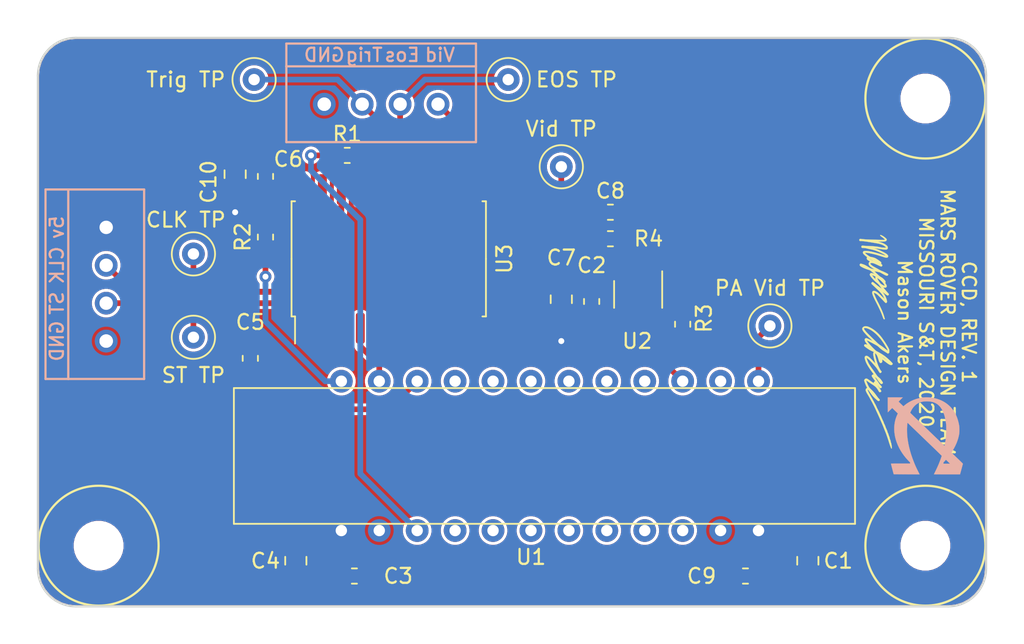
<source format=kicad_pcb>
(kicad_pcb (version 20171130) (host pcbnew "(5.1.4)-1")
  (layers (0 F.Cu signal) (31 B.Cu signal) (34 B.Paste user) (35 F.Paste user) (36 B.SilkS user) (37 F.SilkS user) (38 B.Mask user) (39 F.Mask user) (44 Edge.Cuts user))
  (net 0 "")
  (net 1 GND)
  (net 2 +5V)
  (net 3 "Net-(C5-Pad1)")
  (net 4 Video)
  (net 5 CLK)
  (net 6 ST)
  (net 7 Trig)
  (net 8 EOS)
  (net 9 "Net-(R1-Pad1)")
  (net 10 CLK_IN)
  (net 11 "Net-(R2-Pad2)")
  (net 12 ST_IN)
  (net 13 "Net-(R3-Pad1)")
  (net 14 "Net-(R3-Pad2)")
  (net 15 "Net-(R4-Pad1)")
  (net 16 "Net-(U3-Pad1)")
  (net 17 Trig_OUT)
  (net 18 EOS_OUT)
  (net 19 "Net-(U3-Pad6)")
  (net 20 "Net-(U3-Pad7)")
  (net 21 "Net-(U3-Pad8)")
  (net 22 "Net-(U3-Pad9)")
  (net 23 "Net-(U3-Pad11)")
  (net 24 "Net-(U3-Pad12)")
  (net 25 "Net-(U3-Pad13)")
  (net 26 "Net-(U3-Pad14)")
  (net 27 "Net-(U3-Pad19)")
  (net 28 "Net-(U1-Pad14)")
  (net 29 "Net-(U1-Pad16)")
  (net 30 "Net-(U1-Pad17)")
  (net 31 "Net-(U1-Pad18)")
  (net 32 "Net-(U1-Pad19)")
  (net 33 "Net-(U1-Pad20)")
  (net 34 "Net-(U1-Pad21)")
  (net 35 "Net-(U1-Pad7)")
  (net 36 "Net-(U1-Pad8)")
  (net 37 "Net-(U1-Pad6)")
  (net 38 "Net-(U1-Pad5)")
  (net 39 "Net-(U1-Pad4)")
  (net 40 "Net-(U1-Pad9)")
  (net 41 "Net-(U1-Pad10)")
  (module MRDT_Silkscreens:masonsig (layer F.Cu) (at 158.115 96.52 270)
    (fp_text reference G*** hide)
    (fp_text value LOGO hide)
  )
  (module MRDT_Silkscreens:sigsymsmoler (layer B.Cu) (at 161.036 102.87 180)
    (fp_text reference G*** hide)
    (fp_text value LOGO hide)
  )
  (module MRDT_Drill_Holes:4_40_Hole (layer F.Cu) (at 105.664 110.236)
    (fp_text reference REF** hide)
    (fp_text value 4_40_Hole hide)
    (pad "" np_thru_hole circle (at 0 0) (size 2.9464 2.9464) (drill 2.9464) (layers *.Cu *.Mask))
  )
  (module MRDT_Drill_Holes:4_40_Hole (layer F.Cu) (at 161.036 110.236)
    (fp_text reference REF** hide)
    (fp_text value 4_40_Hole hide)
    (pad "" np_thru_hole circle (at 0 0) (size 2.9464 2.9464) (drill 2.9464) (layers *.Cu *.Mask))
  )
  (module MRDT_Drill_Holes:4_40_Hole (layer F.Cu) (at 161.036 80.264)
    (fp_text reference REF** hide)
    (fp_text value 4_40_Hole hide)
    (pad "" np_thru_hole circle (at 0 0) (size 2.9464 2.9464) (drill 2.9464) (layers *.Cu *.Mask))
  )
  (module TestPoint:TestPoint_THTPad_D2.5mm_Drill1.2mm (layer F.Cu) (at 112.014 90.678)
    (fp_text reference "CLK TP" (at -0.508 -2.286) (layer F.SilkS))
    (fp_text value CLKTestPoint)
    (pad 1 thru_hole circle (at 0 0) (size 1.524 1.524) (drill 0.762) (layers *.Cu *.Mask) (net 5 CLK))
  )
  (module Capacitor_SMD:C_0603_1608Metric_Pad1.05x0.95mm_HandSolder (layer F.Cu) (at 122.795 112.268)
    (fp_text reference C3 (at 2.935 0) (layer F.SilkS))
    (fp_text value "0.1 µF")
    (pad 2 smd roundrect (at 0.875 0) (size 1.05 0.95) (layers F.Cu F.Paste F.Mask) (net 1 GND))
    (pad 1 smd roundrect (at -0.875 0) (size 1.05 0.95) (layers F.Cu F.Paste F.Mask) (net 2 +5V))
  )
  (module TestPoint:TestPoint_THTPad_D2.5mm_Drill1.2mm (layer F.Cu) (at 116.078 78.994 270)
    (fp_text reference "Trig TP" (at 0 4.572 180) (layer F.SilkS))
    (fp_text value TrigTestPoint)
    (pad 1 thru_hole circle (at 0 0 270) (size 1.524 1.524) (drill 0.762) (layers *.Cu *.Mask) (net 7 Trig))
  )
  (module MRDT_Devices:CCD-S11639-01 (layer F.Cu) (at 149.86 108.76)
    (fp_text reference U1 (at -15.24 2.238) (layer F.SilkS))
    (fp_text value S11639-01)
    (pad 11 thru_hole circle (at -2.54 0.46) (size 1.524 1.524) (drill 0.762) (layers *.Cu *.Mask) (net 1 GND))
    (pad 10 thru_hole circle (at -5.08 0.46) (size 1.524 1.524) (drill 0.762) (layers *.Cu *.Mask) (net 41 "Net-(U1-Pad10)"))
    (pad 9 thru_hole circle (at -7.62 0.46) (size 1.524 1.524) (drill 0.762) (layers *.Cu *.Mask) (net 40 "Net-(U1-Pad9)"))
    (pad 1 thru_hole circle (at -27.94 0.46) (size 1.524 1.524) (drill 0.762) (layers *.Cu *.Mask) (net 2 +5V))
    (pad 2 thru_hole circle (at -25.4 0.46) (size 1.524 1.524) (drill 0.762) (layers *.Cu *.Mask) (net 1 GND))
    (pad 3 thru_hole circle (at -22.86 0.46) (size 1.524 1.524) (drill 0.762) (layers *.Cu *.Mask) (net 9 "Net-(R1-Pad1)"))
    (pad 4 thru_hole circle (at -20.32 0.46) (size 1.524 1.524) (drill 0.762) (layers *.Cu *.Mask) (net 39 "Net-(U1-Pad4)"))
    (pad 5 thru_hole circle (at -17.78 0.46) (size 1.524 1.524) (drill 0.762) (layers *.Cu *.Mask) (net 38 "Net-(U1-Pad5)"))
    (pad 6 thru_hole circle (at -15.24 0.46) (size 1.524 1.524) (drill 0.762) (layers *.Cu *.Mask) (net 37 "Net-(U1-Pad6)"))
    (pad 8 thru_hole circle (at -10.16 0.46) (size 1.524 1.524) (drill 0.762) (layers *.Cu *.Mask) (net 36 "Net-(U1-Pad8)"))
    (pad 12 thru_hole circle (at 0 0.46) (size 1.524 1.524) (drill 0.762) (layers *.Cu *.Mask) (net 2 +5V))
    (pad 7 thru_hole circle (at -12.7 0.46) (size 1.524 1.524) (drill 0.762) (layers *.Cu *.Mask) (net 35 "Net-(U1-Pad7)"))
    (pad 24 thru_hole circle (at -27.94 -9.55) (size 1.524 1.524) (drill 0.762) (layers *.Cu *.Mask) (net 11 "Net-(R2-Pad2)"))
    (pad 23 thru_hole circle (at -25.4 -9.55) (size 1.524 1.524) (drill 0.762) (layers *.Cu *.Mask) (net 17 Trig_OUT))
    (pad 22 thru_hole circle (at -22.86 -9.55) (size 1.524 1.524) (drill 0.762) (layers *.Cu *.Mask) (net 3 "Net-(C5-Pad1)"))
    (pad 21 thru_hole circle (at -20.32 -9.55) (size 1.524 1.524) (drill 0.762) (layers *.Cu *.Mask) (net 34 "Net-(U1-Pad21)"))
    (pad 20 thru_hole circle (at -17.78 -9.55) (size 1.524 1.524) (drill 0.762) (layers *.Cu *.Mask) (net 33 "Net-(U1-Pad20)"))
    (pad 19 thru_hole circle (at -15.24 -9.55) (size 1.524 1.524) (drill 0.762) (layers *.Cu *.Mask) (net 32 "Net-(U1-Pad19)"))
    (pad 18 thru_hole circle (at -12.7 -9.55) (size 1.524 1.524) (drill 0.762) (layers *.Cu *.Mask) (net 31 "Net-(U1-Pad18)"))
    (pad 17 thru_hole circle (at -10.16 -9.55) (size 1.524 1.524) (drill 0.762) (layers *.Cu *.Mask) (net 30 "Net-(U1-Pad17)"))
    (pad 16 thru_hole circle (at -7.62 -9.55) (size 1.524 1.524) (drill 0.762) (layers *.Cu *.Mask) (net 29 "Net-(U1-Pad16)"))
    (pad 15 thru_hole circle (at -5.08 -9.55) (size 1.524 1.524) (drill 0.762) (layers *.Cu *.Mask) (net 18 EOS_OUT))
    (pad 14 thru_hole circle (at -2.54 -9.55) (size 1.524 1.524) (drill 0.762) (layers *.Cu *.Mask) (net 28 "Net-(U1-Pad14)"))
    (pad 13 thru_hole circle (at 0 -9.55) (size 1.524 1.524) (drill 0.762) (layers *.Cu *.Mask) (net 14 "Net-(R3-Pad2)"))
  )
  (module Capacitor_SMD:C_0805_2012Metric_Pad1.15x1.40mm_HandSolder (layer F.Cu) (at 153.162 111.243 90)
    (fp_text reference C1 (at -0.009 2.032 180) (layer F.SilkS))
    (fp_text value "22 µF/25 V")
    (pad 2 smd roundrect (at 1.025 0 90) (size 1.15 1.4) (layers F.Cu F.Paste F.Mask) (roundrect_rratio 0.217391) (net 1 GND))
    (pad 1 smd roundrect (at -1.025 0 90) (size 1.15 1.4) (layers F.Cu F.Paste F.Mask) (roundrect_rratio 0.217391) (net 2 +5V))
  )
  (module Capacitor_SMD:C_0603_1608Metric_Pad1.05x0.95mm_HandSolder (layer F.Cu) (at 138.684 93.867 90)
    (fp_text reference C2 (at 2.427 0 180) (layer F.SilkS))
    (fp_text value "0.1 µF")
    (pad 1 smd roundrect (at -0.875 0 90) (size 1.05 0.95) (layers F.Cu F.Paste F.Mask) (net 2 +5V))
    (pad 2 smd roundrect (at 0.875 0 90) (size 1.05 0.95) (layers F.Cu F.Paste F.Mask) (net 1 GND))
  )
  (module Capacitor_SMD:C_0805_2012Metric_Pad1.15x1.40mm_HandSolder (layer F.Cu) (at 118.872 111.243 90)
    (fp_text reference C4 (at -0.009 -2.032 180) (layer F.SilkS))
    (fp_text value "22 µF/25 V")
    (pad 2 smd roundrect (at 1.025 0 90) (size 1.15 1.4) (layers F.Cu F.Paste F.Mask) (roundrect_rratio 0.217391) (net 1 GND))
    (pad 1 smd roundrect (at -1.025 0 90) (size 1.15 1.4) (layers F.Cu F.Paste F.Mask) (roundrect_rratio 0.217391) (net 2 +5V))
  )
  (module Capacitor_SMD:C_0603_1608Metric_Pad1.05x0.95mm_HandSolder (layer F.Cu) (at 115.824 97.677 90)
    (fp_text reference C5 (at 2.427 0 180) (layer F.SilkS))
    (fp_text value "1 µF")
    (pad 2 smd roundrect (at 0.875 0 90) (size 1.05 0.95) (layers F.Cu F.Paste F.Mask) (net 1 GND))
    (pad 1 smd roundrect (at -0.875 0 90) (size 1.05 0.95) (layers F.Cu F.Paste F.Mask) (net 3 "Net-(C5-Pad1)"))
  )
  (module Capacitor_SMD:C_0603_1608Metric_Pad1.05x0.95mm_HandSolder (layer F.Cu) (at 116.84 85.485 90)
    (fp_text reference C6 (at 1.157 1.524 180) (layer F.SilkS))
    (fp_text value "0.1 µF")
    (pad 1 smd roundrect (at -0.875 0 90) (size 1.05 0.95) (layers F.Cu F.Paste F.Mask) (net 2 +5V))
    (pad 2 smd roundrect (at 0.875 0 90) (size 1.05 0.95) (layers F.Cu F.Paste F.Mask) (net 1 GND))
  )
  (module Capacitor_SMD:C_0603_1608Metric_Pad1.05x0.95mm_HandSolder (layer F.Cu) (at 139.94 87.884)
    (fp_text reference C8 (at 0 -1.43) (layer F.SilkS))
    (fp_text value "22 pF")
    (pad 1 smd roundrect (at -0.875 0) (size 1.05 0.95) (layers F.Cu F.Paste F.Mask) (net 4 Video))
    (pad 2 smd roundrect (at 0.875 0) (size 1.05 0.95) (layers F.Cu F.Paste F.Mask) (net 1 GND))
  )
  (module Capacitor_SMD:C_0603_1608Metric_Pad1.05x0.95mm_HandSolder (layer F.Cu) (at 148.985 112.268 180)
    (fp_text reference C9 (at 2.935 0) (layer F.SilkS))
    (fp_text value "0.1 µF")
    (pad 2 smd roundrect (at 0.875 0 180) (size 1.05 0.95) (layers F.Cu F.Paste F.Mask) (net 1 GND))
    (pad 1 smd roundrect (at -0.875 0 180) (size 1.05 0.95) (layers F.Cu F.Paste F.Mask) (net 2 +5V))
  )
  (module Capacitor_SMD:C_0805_2012Metric_Pad1.15x1.40mm_HandSolder (layer F.Cu) (at 114.808 85.335 90)
    (fp_text reference C10 (at -0.517 -1.778 90) (layer F.SilkS))
    (fp_text value "22 µF/25 V")
    (pad 2 smd roundrect (at 1.025 0 90) (size 1.15 1.4) (layers F.Cu F.Paste F.Mask) (roundrect_rratio 0.217391) (net 1 GND))
    (pad 1 smd roundrect (at -1.025 0 90) (size 1.15 1.4) (layers F.Cu F.Paste F.Mask) (roundrect_rratio 0.217391) (net 2 +5V))
  )
  (module MRDT_Connectors:MOLEX_SL_04_Vertical (layer B.Cu) (at 106.172 92.71 270)
    (fp_text reference Conn1 hide)
    (fp_text value "Molex_SL_04 IN")
    (pad 1 thru_hole circle (at -3.81 0 270) (size 1.524 1.524) (drill 0.9) (layers *.Cu *.Mask) (net 2 +5V))
    (pad 2 thru_hole circle (at -1.27 0 270) (size 1.524 1.524) (drill 0.9) (layers *.Cu *.Mask) (net 5 CLK))
    (pad 3 thru_hole circle (at 1.27 0 270) (size 1.524 1.524) (drill 0.9) (layers *.Cu *.Mask) (net 6 ST))
    (pad 4 thru_hole circle (at 3.81 0 270) (size 1.524 1.524) (drill 0.9) (layers *.Cu *.Mask) (net 1 GND))
    (pad 4 thru_hole circle (at 3.81 0 270) (size 1.524 1.524) (drill 0.9) (layers *.Cu *.Mask) (net 1 GND))
  )
  (module MRDT_Connectors:MOLEX_SL_04_Vertical (layer B.Cu) (at 124.587 80.645 180)
    (fp_text reference Conn2 hide)
    (fp_text value "Molex_SL_04 OUT")
    (pad 4 thru_hole circle (at 3.81 0 180) (size 1.524 1.524) (drill 0.9) (layers *.Cu *.Mask) (net 1 GND))
    (pad 4 thru_hole circle (at 3.81 0 180) (size 1.524 1.524) (drill 0.9) (layers *.Cu *.Mask) (net 1 GND))
    (pad 3 thru_hole circle (at 1.27 0 180) (size 1.524 1.524) (drill 0.9) (layers *.Cu *.Mask) (net 7 Trig))
    (pad 2 thru_hole circle (at -1.27 0 180) (size 1.524 1.524) (drill 0.9) (layers *.Cu *.Mask) (net 8 EOS))
    (pad 1 thru_hole circle (at -3.81 0 180) (size 1.524 1.524) (drill 0.9) (layers *.Cu *.Mask) (net 4 Video))
  )
  (module Resistor_SMD:R_0603_1608Metric_Pad1.05x0.95mm_HandSolder (layer F.Cu) (at 122.315 84.074)
    (fp_text reference R1 (at 0 -1.43) (layer F.SilkS))
    (fp_text value "82 Ω")
    (pad 2 smd roundrect (at 0.875 0) (size 1.05 0.95) (layers F.Cu F.Paste F.Mask) (net 10 CLK_IN))
    (pad 1 smd roundrect (at -0.875 0) (size 1.05 0.95) (layers F.Cu F.Paste F.Mask) (net 9 "Net-(R1-Pad1)"))
  )
  (module Resistor_SMD:R_0603_1608Metric_Pad1.05x0.95mm_HandSolder (layer F.Cu) (at 116.84 89.549 270)
    (fp_text reference R2 (at 0 1.524 90) (layer F.SilkS))
    (fp_text value "82 Ω")
    (pad 1 smd roundrect (at -0.875 0 270) (size 1.05 0.95) (layers F.Cu F.Paste F.Mask) (net 12 ST_IN))
    (pad 2 smd roundrect (at 0.875 0 270) (size 1.05 0.95) (layers F.Cu F.Paste F.Mask) (net 11 "Net-(R2-Pad2)"))
  )
  (module Resistor_SMD:R_0603_1608Metric_Pad1.05x0.95mm_HandSolder (layer F.Cu) (at 144.78 95.391 270)
    (fp_text reference R3 (at -0.395 -1.43 90) (layer F.SilkS))
    (fp_text value "100 Ω")
    (pad 2 smd roundrect (at 0.875 0 270) (size 1.05 0.95) (layers F.Cu F.Paste F.Mask) (net 14 "Net-(R3-Pad2)"))
    (pad 1 smd roundrect (at -0.875 0 270) (size 1.05 0.95) (layers F.Cu F.Paste F.Mask) (net 13 "Net-(R3-Pad1)"))
  )
  (module Resistor_SMD:R_0603_1608Metric_Pad1.05x0.95mm_HandSolder (layer F.Cu) (at 139.94 89.662 180)
    (fp_text reference R4 (at -2.554 0) (layer F.SilkS))
    (fp_text value "51 Ω")
    (pad 1 smd roundrect (at -0.875 0 180) (size 1.05 0.95) (layers F.Cu F.Paste F.Mask) (net 15 "Net-(R4-Pad1)"))
    (pad 2 smd roundrect (at 0.875 0 180) (size 1.05 0.95) (layers F.Cu F.Paste F.Mask) (net 4 Video))
  )
  (module TestPoint:TestPoint_THTPad_D2.5mm_Drill1.2mm (layer F.Cu) (at 136.652 84.836 270)
    (fp_text reference "Vid TP" (at -2.54 0 180) (layer F.SilkS))
    (fp_text value VideoTestPoint)
    (pad 1 thru_hole circle (at 0 0 270) (size 1.524 1.524) (drill 0.762) (layers *.Cu *.Mask) (net 4 Video))
  )
  (module TestPoint:TestPoint_THTPad_D2.5mm_Drill1.2mm (layer F.Cu) (at 133.096 78.994 90)
    (fp_text reference "EOS TP" (at 0 4.572 180) (layer F.SilkS))
    (fp_text value EOSTestPoint)
    (pad 1 thru_hole circle (at 0 0 90) (size 1.524 1.524) (drill 0.762) (layers *.Cu *.Mask) (net 8 EOS))
  )
  (module TestPoint:TestPoint_THTPad_D2.5mm_Drill1.2mm (layer F.Cu) (at 150.622 95.504)
    (fp_text reference "PA Vid TP" (at 0 -2.54) (layer F.SilkS))
    (fp_text value VideoPreAmpTestPoint)
    (pad 1 thru_hole circle (at 0 0) (size 1.524 1.524) (drill 0.762) (layers *.Cu *.Mask) (net 14 "Net-(R3-Pad2)"))
  )
  (module TestPoint:TestPoint_THTPad_D2.5mm_Drill1.2mm (layer F.Cu) (at 112.014 96.266 270)
    (fp_text reference "ST TP" (at 2.54 0 180) (layer F.SilkS))
    (fp_text value STTestPoint)
    (pad 1 thru_hole circle (at 0 0 270) (size 1.524 1.524) (drill 0.762) (layers *.Cu *.Mask) (net 6 ST))
  )
  (module Package_TO_SOT_SMD:SOT-23-5_HandSoldering (layer F.Cu) (at 141.798 93.392 270)
    (fp_text reference U2 (at 3.128 0.066 180) (layer F.SilkS))
    (fp_text value LT1818)
    (pad 5 smd rect (at 1.35 -0.95 270) (size 1.56 0.65) (layers F.Cu F.Paste F.Mask) (net 1 GND))
    (pad 4 smd rect (at 1.35 0.95 270) (size 1.56 0.65) (layers F.Cu F.Paste F.Mask) (net 2 +5V))
    (pad 3 smd rect (at -1.35 0.95 270) (size 1.56 0.65) (layers F.Cu F.Paste F.Mask) (net 15 "Net-(R4-Pad1)"))
    (pad 2 smd rect (at -1.35 0 270) (size 1.56 0.65) (layers F.Cu F.Paste F.Mask) (net 15 "Net-(R4-Pad1)"))
    (pad 1 smd rect (at -1.35 -0.95 270) (size 1.56 0.65) (layers F.Cu F.Paste F.Mask) (net 13 "Net-(R3-Pad1)"))
  )
  (module Package_SO:SOIC-20W_7.5x12.8mm_P1.27mm (layer F.Cu) (at 125.095 91.01 90)
    (fp_text reference U3 (at 0 7.747 90) (layer F.SilkS))
    (fp_text value 74HC541)
    (pad 20 smd roundrect (at 4.65 -5.715 90) (size 2.05 0.6) (layers F.Cu F.Paste F.Mask) (net 2 +5V))
    (pad 19 smd roundrect (at 4.65 -4.445 90) (size 2.05 0.6) (layers F.Cu F.Paste F.Mask) (net 27 "Net-(U3-Pad19)"))
    (pad 18 smd roundrect (at 4.65 -3.175 90) (size 2.05 0.6) (layers F.Cu F.Paste F.Mask) (net 12 ST_IN))
    (pad 17 smd roundrect (at 4.65 -1.905 90) (size 2.05 0.6) (layers F.Cu F.Paste F.Mask) (net 10 CLK_IN))
    (pad 16 smd roundrect (at 4.65 -0.635 90) (size 2.05 0.6) (layers F.Cu F.Paste F.Mask) (net 7 Trig))
    (pad 15 smd roundrect (at 4.65 0.635 90) (size 2.05 0.6) (layers F.Cu F.Paste F.Mask) (net 8 EOS))
    (pad 14 smd roundrect (at 4.65 1.905 90) (size 2.05 0.6) (layers F.Cu F.Paste F.Mask) (net 26 "Net-(U3-Pad14)"))
    (pad 13 smd roundrect (at 4.65 3.175 90) (size 2.05 0.6) (layers F.Cu F.Paste F.Mask) (net 25 "Net-(U3-Pad13)"))
    (pad 12 smd roundrect (at 4.65 4.445 90) (size 2.05 0.6) (layers F.Cu F.Paste F.Mask) (net 24 "Net-(U3-Pad12)"))
    (pad 11 smd roundrect (at 4.65 5.715 90) (size 2.05 0.6) (layers F.Cu F.Paste F.Mask) (net 23 "Net-(U3-Pad11)"))
    (pad 10 smd roundrect (at -4.65 5.715 90) (size 2.05 0.6) (layers F.Cu F.Paste F.Mask) (net 1 GND))
    (pad 9 smd roundrect (at -4.65 4.445 90) (size 2.05 0.6) (layers F.Cu F.Paste F.Mask) (net 22 "Net-(U3-Pad9)"))
    (pad 8 smd roundrect (at -4.65 3.175 90) (size 2.05 0.6) (layers F.Cu F.Paste F.Mask) (net 21 "Net-(U3-Pad8)"))
    (pad 7 smd roundrect (at -4.65 1.905 90) (size 2.05 0.6) (layers F.Cu F.Paste F.Mask) (net 20 "Net-(U3-Pad7)"))
    (pad 6 smd roundrect (at -4.65 0.635 90) (size 2.05 0.6) (layers F.Cu F.Paste F.Mask) (net 19 "Net-(U3-Pad6)"))
    (pad 5 smd roundrect (at -4.65 -0.635 90) (size 2.05 0.6) (layers F.Cu F.Paste F.Mask) (net 18 EOS_OUT))
    (pad 4 smd roundrect (at -4.65 -1.905 90) (size 2.05 0.6) (layers F.Cu F.Paste F.Mask) (net 17 Trig_OUT))
    (pad 3 smd roundrect (at -4.65 -3.175 90) (size 2.05 0.6) (layers F.Cu F.Paste F.Mask) (net 5 CLK))
    (pad 2 smd roundrect (at -4.65 -4.445 90) (size 2.05 0.6) (layers F.Cu F.Paste F.Mask) (net 6 ST))
    (pad 1 smd roundrect (at -4.65 -5.715 90) (size 2.05 0.6) (layers F.Cu F.Paste F.Mask) (net 16 "Net-(U3-Pad1)"))
  )
  (module Capacitor_SMD:C_0805_2012Metric_Pad1.15x1.40mm_HandSolder (layer F.Cu) (at 136.652 93.717 90)
    (fp_text reference C7 (at 2.785 0 180) (layer F.SilkS))
    (fp_text value "22 µF/25 V")
    (pad 1 smd roundrect (at -1.025 0 90) (size 1.15 1.4) (layers F.Cu F.Paste F.Mask) (roundrect_rratio 0.217391) (net 2 +5V))
    (pad 2 smd roundrect (at 1.025 0 90) (size 1.15 1.4) (layers F.Cu F.Paste F.Mask) (roundrect_rratio 0.217391) (net 1 GND))
  )
  (gr_text "CCD, REV. 1\nMARS ROVER DESIGN TEAM\nMISSOURI S&T, 2020\nMason Akers" (at 161.798 95.25 270) (layer F.SilkS) (effects (font (size 0.889 0.889))))
  (gr_text GND (at 102.87 96.52 90) (layer B.SilkS) (effects (font (size 0.889 0.889)) (justify mirror)))
  (gr_text CLK (at 102.87 91.44 90) (layer B.SilkS) (effects (font (size 0.889 0.889)) (justify mirror)))
  (gr_text ST (at 102.87 93.98 90) (layer B.SilkS) (effects (font (size 0.889 0.889)) (justify mirror)))
  (gr_text 5v (at 102.87 88.9 90) (layer B.SilkS) (effects (font (size 0.889 0.889)) (justify mirror)))
  (gr_text GND (at 120.777 77.343) (layer B.SilkS) (effects (font (size 0.889 0.889)) (justify mirror)))
  (gr_text Eos (at 125.984 77.343) (layer B.SilkS) (effects (font (size 0.889 0.889)) (justify mirror)))
  (gr_text Trig (at 123.444 77.343) (layer B.SilkS) (effects (font (size 0.889 0.889)) (justify mirror)))
  (gr_text Vid (at 128.524 77.343) (layer B.SilkS) (effects (font (size 0.889 0.889)) (justify mirror)))
  (gr_line (start 101.6 78.74) (end 101.6 111.76) (layer Edge.Cuts) (width 0.15))
  (gr_line (start 162.56 76.2) (end 104.14 76.2) (layer Edge.Cuts) (width 0.15))
  (gr_line (start 165.1 111.76) (end 165.1 78.74) (layer Edge.Cuts) (width 0.15))
  (gr_line (start 104.14 114.3) (end 162.56 114.3) (layer Edge.Cuts) (width 0.15))
  (gr_arc (start 104.14 78.74) (end 104.14 76.2) (angle -90) (layer Edge.Cuts) (width 0.15))
  (gr_arc (start 162.56 78.74) (end 165.1 78.74) (angle -90) (layer Edge.Cuts) (width 0.15))
  (gr_arc (start 162.56 111.76) (end 162.56 114.3) (angle -90) (layer Edge.Cuts) (width 0.15))
  (gr_arc (start 104.14 111.76) (end 101.6 111.76) (angle -90) (layer Edge.Cuts) (width 0.15))
  (segment (start 140.848 94.742) (end 136.652 94.742) (width 0.25) (layer F.Cu) (net 2))
  (via (at 136.652 96.52) (size 0.8) (drill 0.4) (layers F.Cu B.Cu) (net 2))
  (segment (start 136.652 94.742) (end 136.652 96.52) (width 0.25) (layer F.Cu) (net 2))
  (segment (start 119.38 86.36) (end 114.808 86.36) (width 0.381) (layer F.Cu) (net 2))
  (via (at 114.808 87.884) (size 0.8) (drill 0.4) (layers F.Cu B.Cu) (net 2))
  (segment (start 114.808 86.36) (end 114.808 87.884) (width 0.381) (layer F.Cu) (net 2))
  (segment (start 121.92 109.22) (end 121.92 112.268) (width 0.381) (layer F.Cu) (net 2))
  (segment (start 121.92 112.268) (end 118.872 112.268) (width 0.381) (layer F.Cu) (net 2))
  (segment (start 149.86 109.22) (end 149.86 112.268) (width 0.381) (layer F.Cu) (net 2))
  (segment (start 149.86 112.268) (end 153.162 112.268) (width 0.381) (layer F.Cu) (net 2))
  (segment (start 127 99.21) (end 125.118 101.092) (width 0.381) (layer F.Cu) (net 3))
  (segment (start 118.364 101.092) (end 115.824 98.552) (width 0.381) (layer F.Cu) (net 3))
  (segment (start 125.118 101.092) (end 118.364 101.092) (width 0.381) (layer F.Cu) (net 3))
  (segment (start 139.065 87.884) (end 136.652 87.884) (width 0.25) (layer F.Cu) (net 4))
  (segment (start 136.652 87.884) (end 135.636 87.884) (width 0.25) (layer F.Cu) (net 4))
  (segment (start 139.065 89.662) (end 139.065 87.884) (width 0.381) (layer F.Cu) (net 4))
  (segment (start 135.636 87.884) (end 128.397 80.645) (width 0.381) (layer F.Cu) (net 4))
  (segment (start 139.065 87.884) (end 135.636 87.884) (width 0.381) (layer F.Cu) (net 4))
  (segment (start 136.652 87.884) (end 136.652 84.836) (width 0.381) (layer F.Cu) (net 4))
  (segment (start 106.172 91.44) (end 107.95 93.218) (width 0.381) (layer F.Cu) (net 5))
  (segment (start 120.65 93.218) (end 120.142 93.218) (width 0.381) (layer F.Cu) (net 5))
  (segment (start 120.142 93.218) (end 114.3 93.218) (width 0.381) (layer F.Cu) (net 5))
  (segment (start 121.92 94.488) (end 121.92 95.66) (width 0.381) (layer F.Cu) (net 5))
  (segment (start 120.65 93.218) (end 121.92 94.488) (width 0.381) (layer F.Cu) (net 5))
  (segment (start 112.014 91.75563) (end 112.014 93.218) (width 0.381) (layer F.Cu) (net 5))
  (segment (start 112.014 90.678) (end 112.014 91.75563) (width 0.381) (layer F.Cu) (net 5))
  (segment (start 107.95 93.218) (end 112.014 93.218) (width 0.381) (layer F.Cu) (net 5))
  (segment (start 112.014 93.218) (end 120.142 93.218) (width 0.381) (layer F.Cu) (net 5))
  (segment (start 120.65 94.535) (end 120.65 95.66) (width 0.381) (layer F.Cu) (net 6))
  (segment (start 120.095 93.98) (end 120.65 94.535) (width 0.381) (layer F.Cu) (net 6))
  (segment (start 112.014 96.266) (end 112.014 93.98) (width 0.381) (layer F.Cu) (net 6))
  (segment (start 106.172 93.98) (end 112.014 93.98) (width 0.381) (layer F.Cu) (net 6))
  (segment (start 112.014 93.98) (end 120.095 93.98) (width 0.381) (layer F.Cu) (net 6))
  (segment (start 124.46 81.788) (end 123.317 80.645) (width 0.381) (layer F.Cu) (net 7))
  (segment (start 124.46 86.36) (end 124.46 81.788) (width 0.381) (layer F.Cu) (net 7))
  (segment (start 121.666 78.994) (end 116.078 78.994) (width 0.381) (layer B.Cu) (net 7))
  (segment (start 123.317 80.645) (end 121.666 78.994) (width 0.381) (layer B.Cu) (net 7))
  (segment (start 125.857 80.645) (end 125.857 84.455) (width 0.381) (layer F.Cu) (net 8))
  (segment (start 125.73 84.582) (end 125.73 86.36) (width 0.381) (layer F.Cu) (net 8))
  (segment (start 125.857 84.455) (end 125.73 84.582) (width 0.381) (layer F.Cu) (net 8))
  (segment (start 127.508 78.994) (end 133.096 78.994) (width 0.381) (layer B.Cu) (net 8))
  (segment (start 125.857 80.645) (end 127.508 78.994) (width 0.381) (layer B.Cu) (net 8))
  (via (at 119.888 84.074) (size 0.8) (drill 0.4) (layers F.Cu B.Cu) (net 9))
  (segment (start 119.888 84.074) (end 121.44 84.074) (width 0.381) (layer F.Cu) (net 9))
  (segment (start 119.888 85.09) (end 119.888 84.074) (width 0.381) (layer B.Cu) (net 9))
  (segment (start 123.19 88.392) (end 119.888 85.09) (width 0.381) (layer B.Cu) (net 9))
  (segment (start 127 109.22) (end 123.19 105.41) (width 0.381) (layer B.Cu) (net 9))
  (segment (start 123.19 105.41) (end 123.19 88.392) (width 0.381) (layer B.Cu) (net 9))
  (segment (start 123.19 84.074) (end 123.19 86.36) (width 0.381) (layer F.Cu) (net 10))
  (via (at 116.84 92.202) (size 0.8) (drill 0.4) (layers F.Cu B.Cu) (net 11))
  (segment (start 116.84 92.202) (end 116.84 90.424) (width 0.381) (layer F.Cu) (net 11))
  (segment (start 116.84 92.767685) (end 116.84 92.202) (width 0.381) (layer B.Cu) (net 11))
  (segment (start 116.84 95.20763) (end 116.84 92.767685) (width 0.381) (layer B.Cu) (net 11))
  (segment (start 120.84237 99.21) (end 116.84 95.20763) (width 0.381) (layer B.Cu) (net 11))
  (segment (start 121.92 99.21) (end 120.84237 99.21) (width 0.381) (layer B.Cu) (net 11))
  (segment (start 116.84 88.674) (end 121.13 88.674) (width 0.381) (layer F.Cu) (net 12))
  (segment (start 121.92 87.884) (end 121.92 86.36) (width 0.381) (layer F.Cu) (net 12))
  (segment (start 121.13 88.674) (end 121.92 87.884) (width 0.381) (layer F.Cu) (net 12))
  (segment (start 144.78 93.345) (end 143.477 92.042) (width 0.381) (layer F.Cu) (net 13))
  (segment (start 144.78 94.516) (end 144.78 93.345) (width 0.381) (layer F.Cu) (net 13))
  (segment (start 143.477 92.042) (end 142.748 92.042) (width 0.381) (layer F.Cu) (net 13))
  (segment (start 145.355 96.266) (end 144.78 96.266) (width 0.381) (layer F.Cu) (net 14))
  (segment (start 147.99363 96.266) (end 145.355 96.266) (width 0.381) (layer F.Cu) (net 14))
  (segment (start 149.86 99.21) (end 149.86 98.13237) (width 0.381) (layer F.Cu) (net 14))
  (segment (start 150.622 95.504) (end 148.926815 97.199185) (width 0.381) (layer F.Cu) (net 14))
  (segment (start 149.86 98.13237) (end 148.926815 97.199185) (width 0.381) (layer F.Cu) (net 14))
  (segment (start 148.926815 97.199185) (end 147.99363 96.266) (width 0.381) (layer F.Cu) (net 14))
  (segment (start 141.798 92.042) (end 140.848 92.042) (width 0.381) (layer F.Cu) (net 15))
  (segment (start 140.848 89.695) (end 140.815 89.662) (width 0.381) (layer F.Cu) (net 15))
  (segment (start 140.848 92.042) (end 140.848 89.695) (width 0.381) (layer F.Cu) (net 15))
  (segment (start 123.19 96.785) (end 123.19 95.66) (width 0.381) (layer F.Cu) (net 17))
  (segment (start 123.19 96.86237) (end 123.19 96.785) (width 0.381) (layer F.Cu) (net 17))
  (segment (start 124.46 98.13237) (end 123.19 96.86237) (width 0.381) (layer F.Cu) (net 17))
  (segment (start 124.46 99.21) (end 124.46 98.13237) (width 0.381) (layer F.Cu) (net 17))
  (segment (start 144.78 99.21) (end 143.106 97.536) (width 0.381) (layer F.Cu) (net 18))
  (segment (start 143.106 97.536) (end 124.968 97.536) (width 0.381) (layer F.Cu) (net 18))
  (segment (start 124.46 97.028) (end 124.46 95.66) (width 0.381) (layer F.Cu) (net 18))
  (segment (start 124.968 97.536) (end 124.46 97.028) (width 0.381) (layer F.Cu) (net 18))
  (zone (net 1) (net_name GND) (layer F.Cu) (connect_pads yes (clearance 0.00254)) (min_thickness 0.254) (fill yes (arc_segments 32) (thermal_gap 0.508) (thermal_bridge_width 0.508))
    (polygon (pts (xy 99.06 73.66) (xy 99.06 116.84) (xy 167.64 116.84) (xy 167.64 73.66)))
  )
  (zone (net 2) (net_name +5V) (layer B.Cu) (connect_pads yes (clearance 0.00254)) (min_thickness 0.254) (fill yes (arc_segments 32) (thermal_gap 0.508) (thermal_bridge_width 0.508))
    (polygon (pts (xy 99.06 73.66) (xy 99.06 116.84) (xy 167.64 116.84) (xy 167.64 73.66)))
  )
)
</source>
